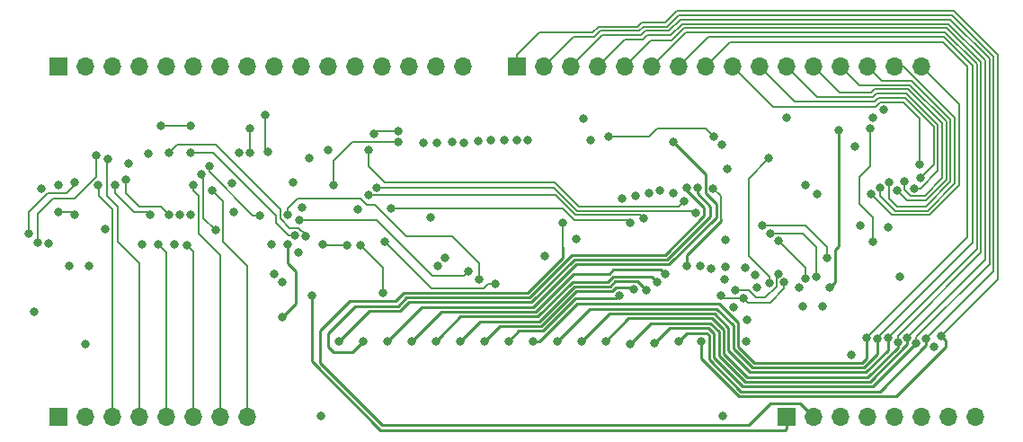
<source format=gbr>
%TF.GenerationSoftware,KiCad,Pcbnew,(5.1.10-1-10_14)*%
%TF.CreationDate,2021-11-14T12:12:58-05:00*%
%TF.ProjectId,transfer-register,7472616e-7366-4657-922d-726567697374,rev?*%
%TF.SameCoordinates,Original*%
%TF.FileFunction,Copper,L4,Bot*%
%TF.FilePolarity,Positive*%
%FSLAX46Y46*%
G04 Gerber Fmt 4.6, Leading zero omitted, Abs format (unit mm)*
G04 Created by KiCad (PCBNEW (5.1.10-1-10_14)) date 2021-11-14 12:12:58*
%MOMM*%
%LPD*%
G01*
G04 APERTURE LIST*
%TA.AperFunction,ComponentPad*%
%ADD10O,1.700000X1.700000*%
%TD*%
%TA.AperFunction,ComponentPad*%
%ADD11R,1.700000X1.700000*%
%TD*%
%TA.AperFunction,ViaPad*%
%ADD12C,0.800000*%
%TD*%
%TA.AperFunction,Conductor*%
%ADD13C,0.250000*%
%TD*%
%TA.AperFunction,Conductor*%
%ADD14C,0.200000*%
%TD*%
G04 APERTURE END LIST*
D10*
%TO.P,J4,8*%
%TO.N,VCC*%
X134874000Y-101600000D03*
%TO.P,J4,7*%
%TO.N,GND*%
X132334000Y-101600000D03*
%TO.P,J4,6*%
%TO.N,~ASSERT_ADDRESS*%
X129794000Y-101600000D03*
%TO.P,J4,5*%
%TO.N,~ASSERT_MSB_MAIN*%
X127254000Y-101600000D03*
%TO.P,J4,4*%
%TO.N,~ASSERT_LSB_MAIN*%
X124714000Y-101600000D03*
%TO.P,J4,3*%
%TO.N,LATCH_MSB*%
X122174000Y-101600000D03*
%TO.P,J4,2*%
%TO.N,LATCH_LSB*%
X119634000Y-101600000D03*
D11*
%TO.P,J4,1*%
%TO.N,BUS_SELECT*%
X117094000Y-101600000D03*
%TD*%
D10*
%TO.P,J3,8*%
%TO.N,BUS7*%
X66294000Y-101600000D03*
%TO.P,J3,7*%
%TO.N,BUS6*%
X63754000Y-101600000D03*
%TO.P,J3,6*%
%TO.N,BUS5*%
X61214000Y-101600000D03*
%TO.P,J3,5*%
%TO.N,BUS4*%
X58674000Y-101600000D03*
%TO.P,J3,4*%
%TO.N,BUS3*%
X56134000Y-101600000D03*
%TO.P,J3,3*%
%TO.N,BUS2*%
X53594000Y-101600000D03*
%TO.P,J3,2*%
%TO.N,BUS1*%
X51054000Y-101600000D03*
D11*
%TO.P,J3,1*%
%TO.N,BUS0*%
X48514000Y-101600000D03*
%TD*%
D10*
%TO.P,J2,16*%
%TO.N,A15*%
X86614000Y-68580000D03*
%TO.P,J2,15*%
%TO.N,A14*%
X84074000Y-68580000D03*
%TO.P,J2,14*%
%TO.N,A13*%
X81534000Y-68580000D03*
%TO.P,J2,13*%
%TO.N,A12*%
X78994000Y-68580000D03*
%TO.P,J2,12*%
%TO.N,A11*%
X76454000Y-68580000D03*
%TO.P,J2,11*%
%TO.N,A10*%
X73914000Y-68580000D03*
%TO.P,J2,10*%
%TO.N,A9*%
X71374000Y-68580000D03*
%TO.P,J2,9*%
%TO.N,A8*%
X68834000Y-68580000D03*
%TO.P,J2,8*%
%TO.N,A7*%
X66294000Y-68580000D03*
%TO.P,J2,7*%
%TO.N,A6*%
X63754000Y-68580000D03*
%TO.P,J2,6*%
%TO.N,A5*%
X61214000Y-68580000D03*
%TO.P,J2,5*%
%TO.N,A4*%
X58674000Y-68580000D03*
%TO.P,J2,4*%
%TO.N,A3*%
X56134000Y-68580000D03*
%TO.P,J2,3*%
%TO.N,A2*%
X53594000Y-68580000D03*
%TO.P,J2,2*%
%TO.N,A1*%
X51054000Y-68580000D03*
D11*
%TO.P,J2,1*%
%TO.N,A0*%
X48514000Y-68580000D03*
%TD*%
D10*
%TO.P,J1,16*%
%TO.N,TX_REG_15*%
X129794000Y-68580000D03*
%TO.P,J1,15*%
%TO.N,TX_REG_14*%
X127254000Y-68580000D03*
%TO.P,J1,14*%
%TO.N,TX_REG_13*%
X124714000Y-68580000D03*
%TO.P,J1,13*%
%TO.N,TX_REG_12*%
X122174000Y-68580000D03*
%TO.P,J1,12*%
%TO.N,TX_REG_11*%
X119634000Y-68580000D03*
%TO.P,J1,11*%
%TO.N,TX_REG_10*%
X117094000Y-68580000D03*
%TO.P,J1,10*%
%TO.N,TX_REG_9*%
X114554000Y-68580000D03*
%TO.P,J1,9*%
%TO.N,TX_REG_8*%
X112014000Y-68580000D03*
%TO.P,J1,8*%
%TO.N,TX_REG_7*%
X109474000Y-68580000D03*
%TO.P,J1,7*%
%TO.N,TX_REG_6*%
X106934000Y-68580000D03*
%TO.P,J1,6*%
%TO.N,TX_REG_5*%
X104394000Y-68580000D03*
%TO.P,J1,5*%
%TO.N,TX_REG_4*%
X101854000Y-68580000D03*
%TO.P,J1,4*%
%TO.N,TX_REG_3*%
X99314000Y-68580000D03*
%TO.P,J1,3*%
%TO.N,TX_REG_2*%
X96774000Y-68580000D03*
%TO.P,J1,2*%
%TO.N,TX_REG_1*%
X94234000Y-68580000D03*
D11*
%TO.P,J1,1*%
%TO.N,TX_REG_0*%
X91694000Y-68580000D03*
%TD*%
D12*
%TO.N,GND*%
X65532000Y-76708000D03*
X48514000Y-79756000D03*
X56998990Y-76802135D03*
X52893990Y-83888500D03*
X60942634Y-82602468D03*
X94361000Y-86487000D03*
X97282000Y-84836000D03*
X126687935Y-83761935D03*
X120019000Y-80649000D03*
X111313990Y-84979509D03*
X120461507Y-91209858D03*
X76708000Y-82042000D03*
X83566000Y-82804000D03*
X97978000Y-73472000D03*
X111506000Y-78232000D03*
X111101500Y-101496500D03*
X73255500Y-101496500D03*
X130993953Y-95037273D03*
X70104000Y-85344000D03*
X46228000Y-91694000D03*
X73914000Y-76454000D03*
X69596000Y-92202000D03*
%TO.N,VCC*%
X72136000Y-77216000D03*
X55118000Y-77724000D03*
X46928010Y-80075732D03*
X64883982Y-79642018D03*
X82931000Y-75819000D03*
X98679000Y-75565000D03*
X123512500Y-76131500D03*
X124009883Y-83570538D03*
X118872000Y-79756000D03*
X114169000Y-88261000D03*
X110998000Y-75946000D03*
X127761994Y-88392000D03*
X123190064Y-95748659D03*
X113342783Y-92505464D03*
X117094000Y-73406000D03*
%TO.N,TX_REG_15*%
X125092140Y-80626503D03*
X74930000Y-94488000D03*
X108712000Y-80010000D03*
%TO.N,TX_REG_14*%
X125913940Y-80056706D03*
X77216000Y-94488000D03*
X107696000Y-80010000D03*
%TO.N,TX_REG_13*%
X126746000Y-79502000D03*
X79502000Y-94488000D03*
X106426000Y-75692000D03*
%TO.N,TX_REG_12*%
X127508000Y-80264000D03*
X81788000Y-94488000D03*
X105664000Y-88138000D03*
X106426000Y-80518000D03*
%TO.N,TX_REG_11*%
X128208002Y-79440002D03*
X84074000Y-94488000D03*
X105156000Y-80264000D03*
X104902000Y-88900000D03*
%TO.N,TX_REG_10*%
X129158180Y-80071990D03*
X86360000Y-94488000D03*
X103886000Y-89662000D03*
X104140000Y-80518000D03*
%TO.N,TX_REG_9*%
X129684968Y-79129068D03*
X88646000Y-94488000D03*
X102870000Y-80772000D03*
X102719878Y-89563934D03*
%TO.N,TX_REG_8*%
X129601990Y-77795270D03*
X90932000Y-94488000D03*
X101346000Y-90170000D03*
X101600000Y-81026000D03*
%TO.N,TX_REG_7*%
X93218000Y-94488000D03*
X124650276Y-94139462D03*
X92710000Y-75565000D03*
%TO.N,TX_REG_6*%
X95504000Y-94488000D03*
X125647170Y-94218378D03*
X91709987Y-75565000D03*
%TO.N,TX_REG_5*%
X97790000Y-94488000D03*
X90551000Y-75565000D03*
X126646105Y-94171975D03*
%TO.N,TX_REG_4*%
X100076000Y-94488000D03*
X89281000Y-75565000D03*
X127568087Y-94559239D03*
%TO.N,TX_REG_3*%
X102362301Y-94763991D03*
X88080300Y-75634300D03*
X128477841Y-94144062D03*
%TO.N,TX_REG_2*%
X104661833Y-94700555D03*
X86741000Y-75819000D03*
X129326238Y-94673445D03*
%TO.N,TX_REG_1*%
X130268943Y-94263513D03*
X106934000Y-94488000D03*
X85598000Y-75692000D03*
%TO.N,~ASSERT_ADDRESS*%
X124968000Y-74422000D03*
X125222000Y-85090000D03*
%TO.N,~ASSERT_MSB_MAIN*%
X125222000Y-73406000D03*
X122027989Y-74568011D03*
X121158000Y-89408000D03*
%TO.N,~ASSERT_LSB_MAIN*%
X118618000Y-91186000D03*
X114300000Y-89408000D03*
%TO.N,LATCH_MSB*%
X126238000Y-72644000D03*
X110199010Y-80091636D03*
X113284000Y-94488000D03*
X107696000Y-87376000D03*
X100330000Y-75184000D03*
X110236000Y-75184000D03*
%TO.N,LATCH_LSB*%
X96012000Y-83312000D03*
%TO.N,BUS_SELECT*%
X56399000Y-85355000D03*
X65024000Y-82296000D03*
X47609964Y-85254036D03*
X71501506Y-81900827D03*
X70612000Y-79502000D03*
X72390000Y-90170000D03*
%TO.N,BUS7*%
X62992000Y-80264000D03*
X115417035Y-77271915D03*
X115460472Y-88979406D03*
X112116063Y-91247990D03*
%TO.N,BUS6*%
X61214000Y-79756000D03*
X116316003Y-88133677D03*
X112268000Y-89662000D03*
%TO.N,BUS5*%
X60659471Y-85458924D03*
X116884741Y-88956210D03*
X110933613Y-90147969D03*
X113030000Y-90424000D03*
%TO.N,BUS4*%
X111252000Y-88646000D03*
X113243478Y-87579083D03*
X57912000Y-85344000D03*
%TO.N,BUS3*%
X53147999Y-77335699D03*
X111365982Y-87489982D03*
X118329855Y-89460738D03*
%TO.N,BUS2*%
X52285148Y-79794852D03*
X116332000Y-85061980D03*
X109982000Y-87630000D03*
X118873341Y-88621305D03*
%TO.N,BUS1*%
X115570000Y-84328000D03*
X119901184Y-88389498D03*
X108966000Y-87376000D03*
X51054020Y-94742000D03*
%TO.N,BUS0*%
X120904000Y-86614000D03*
X114823832Y-83550168D03*
%TO.N,A15*%
X80518000Y-75692000D03*
X74422000Y-79756000D03*
%TO.N,A14*%
X80518000Y-74676000D03*
X78232000Y-74930000D03*
%TO.N,A13*%
X75704486Y-85405990D03*
X73406000Y-85344000D03*
%TO.N,A11*%
X66548000Y-74422000D03*
X66548000Y-76708000D03*
%TO.N,A10*%
X68006268Y-73152000D03*
X68232362Y-76662102D03*
%TO.N,A9*%
X62738000Y-77978000D03*
X67502010Y-82615732D03*
%TO.N,A8*%
X61954007Y-78740204D03*
X63307990Y-84008268D03*
%TO.N,A7*%
X60960000Y-74168000D03*
X58166000Y-74168000D03*
%TO.N,A5*%
X54864000Y-79248000D03*
X58928000Y-82550000D03*
%TO.N,A4*%
X53848000Y-79756000D03*
X57150000Y-82550000D03*
%TO.N,A1*%
X48514000Y-82296000D03*
X50038000Y-82550000D03*
%TO.N,TX_REG_0*%
X131668955Y-93985360D03*
X84201000Y-75819000D03*
X109096924Y-94488000D03*
%TO.N,TX7*%
X58928000Y-76708000D03*
X71780859Y-84611809D03*
%TO.N,TX6*%
X60960000Y-76708000D03*
X70786479Y-84505818D03*
%TO.N,TX5*%
X59944000Y-82550000D03*
X71094167Y-86131833D03*
%TO.N,TX4*%
X59435999Y-85343999D03*
X68580000Y-85344000D03*
%TO.N,TX3*%
X45720000Y-84328000D03*
X50038000Y-79502000D03*
X69596000Y-88900000D03*
%TO.N,TX2*%
X52070000Y-76962000D03*
X46566455Y-85200491D03*
X68834000Y-88138000D03*
%TO.N,TX1*%
X51416599Y-87376000D03*
X84901010Y-86614000D03*
%TO.N,TX0*%
X49530000Y-87376000D03*
X84262134Y-87432964D03*
%TO.N,TX11*%
X77778885Y-80717115D03*
X103620970Y-82888021D03*
%TO.N,TX10*%
X79863955Y-81982110D03*
X102380038Y-83327893D03*
%TO.N,TX9*%
X70104000Y-82550000D03*
X88148859Y-88626667D03*
%TO.N,TX8*%
X87122000Y-87884000D03*
X71211240Y-83111455D03*
%TO.N,TX15*%
X78486000Y-80010000D03*
X108578861Y-82416997D03*
%TO.N,TX14*%
X77713000Y-76465000D03*
X107442000Y-81280000D03*
%TO.N,TX13*%
X76962000Y-85405990D03*
X79107960Y-89952990D03*
%TO.N,TX12*%
X79248000Y-85090000D03*
X89662000Y-89088913D03*
%TD*%
D13*
%TO.N,GND*%
X70104000Y-85344000D02*
X70104000Y-87122000D01*
X70104000Y-87122000D02*
X70866000Y-87884000D01*
X70866000Y-87884000D02*
X70866000Y-90424000D01*
X70866000Y-90424000D02*
X70866000Y-90932000D01*
X70866000Y-90932000D02*
X69596000Y-92202000D01*
D14*
%TO.N,TX_REG_15*%
X133356077Y-79784423D02*
X133356077Y-72142077D01*
X130552478Y-82588022D02*
X133356077Y-79784423D01*
X133356077Y-72142077D02*
X129794000Y-68580000D01*
X125092140Y-80626503D02*
X127053659Y-82588022D01*
X127053659Y-82588022D02*
X130552478Y-82588022D01*
D13*
X74930000Y-94488000D02*
X77781989Y-91636011D01*
X97088811Y-86810011D02*
X105847578Y-86810011D01*
X81521567Y-90816022D02*
X93082800Y-90816022D01*
X108712000Y-80575685D02*
X108712000Y-80010000D01*
X80701578Y-91636011D02*
X81521567Y-90816022D01*
X105847578Y-86810011D02*
X109924011Y-82733579D01*
X109924011Y-81787696D02*
X108712000Y-80575685D01*
X77781989Y-91636011D02*
X80701578Y-91636011D01*
X109924011Y-82733579D02*
X109924011Y-81787696D01*
X93082800Y-90816022D02*
X97088811Y-86810011D01*
D14*
%TO.N,TX_REG_14*%
X132956066Y-73427866D02*
X128108200Y-68580000D01*
X125913940Y-80759640D02*
X127342311Y-82188011D01*
X125913940Y-80056706D02*
X125913940Y-80759640D01*
X128108200Y-68580000D02*
X127254000Y-68580000D01*
X130386789Y-82188011D02*
X132956066Y-79618734D01*
X132956066Y-79618734D02*
X132956066Y-73427866D01*
X127342311Y-82188011D02*
X130386789Y-82188011D01*
D13*
X107696000Y-80266822D02*
X109355200Y-81926022D01*
X105661178Y-86360000D02*
X96902411Y-86360000D01*
X109355200Y-81926022D02*
X109355200Y-82665978D01*
X81335167Y-90366011D02*
X80515178Y-91186000D01*
X80515178Y-91186000D02*
X76454000Y-91186000D01*
X76454000Y-91186000D02*
X73914000Y-93726000D01*
X74422000Y-95504000D02*
X76200000Y-95504000D01*
X76200000Y-95504000D02*
X77216000Y-94488000D01*
X73914000Y-93726000D02*
X73914000Y-94996000D01*
X109355200Y-82665978D02*
X105661178Y-86360000D01*
X107696000Y-80010000D02*
X107696000Y-80266822D01*
X73914000Y-94996000D02*
X74422000Y-95504000D01*
X96902411Y-86360000D02*
X92896400Y-90366011D01*
X92896400Y-90366011D02*
X81335167Y-90366011D01*
D14*
%TO.N,TX_REG_13*%
X128906444Y-69943944D02*
X132556055Y-73593555D01*
X126746000Y-81026000D02*
X126746000Y-79502000D01*
X126077944Y-69943944D02*
X128906444Y-69943944D01*
X130221100Y-81788000D02*
X127508000Y-81788000D01*
X127508000Y-81788000D02*
X126746000Y-81026000D01*
X132556055Y-73593555D02*
X132556055Y-79453045D01*
X132556055Y-79453045D02*
X130221100Y-81788000D01*
X124714000Y-68580000D02*
X126077944Y-69943944D01*
D13*
X106825999Y-76091999D02*
X106426000Y-75692000D01*
X110490000Y-81534000D02*
X109474000Y-80518000D01*
X97275211Y-87260022D02*
X106033978Y-87260022D01*
X79502000Y-94488000D02*
X82723967Y-91266033D01*
X82723967Y-91266033D02*
X93269200Y-91266033D01*
X106033978Y-87260022D02*
X110490000Y-82804000D01*
X109474000Y-80518000D02*
X109474000Y-78740000D01*
X93269200Y-91266033D02*
X97275211Y-87260022D01*
X110490000Y-82804000D02*
X110490000Y-81534000D01*
X109474000Y-78740000D02*
X106825999Y-76091999D01*
D14*
%TO.N,TX_REG_12*%
X123937955Y-70343955D02*
X122174000Y-68580000D01*
X132156044Y-73759244D02*
X128740755Y-70343955D01*
X130271389Y-81172011D02*
X132156044Y-79287356D01*
X128740755Y-70343955D02*
X123937955Y-70343955D01*
X127508000Y-80264000D02*
X128416011Y-81172011D01*
X128416011Y-81172011D02*
X130271389Y-81172011D01*
X132156044Y-79287356D02*
X132156044Y-73759244D01*
D13*
X93455600Y-91716044D02*
X97033644Y-88138000D01*
X84559956Y-91716044D02*
X93455600Y-91716044D01*
X81788000Y-94488000D02*
X84559956Y-91716044D01*
X97033644Y-88138000D02*
X100395763Y-88138000D01*
X100395763Y-88138000D02*
X100795762Y-87738001D01*
X100795762Y-87738001D02*
X105264001Y-87738001D01*
X105264001Y-87738001D02*
X105664000Y-88138000D01*
D14*
%TO.N,TX_REG_11*%
X130105700Y-80772000D02*
X131756033Y-79121667D01*
X128208002Y-79440002D02*
X128208002Y-80202002D01*
X128208002Y-80202002D02*
X128778000Y-80772000D01*
X131756033Y-79121667D02*
X131756033Y-73924933D01*
X125404932Y-70743966D02*
X125066920Y-71081978D01*
X125066920Y-71081978D02*
X122135978Y-71081978D01*
X120483999Y-69429999D02*
X119634000Y-68580000D01*
X128778000Y-80772000D02*
X130105700Y-80772000D01*
X122135978Y-71081978D02*
X120483999Y-69429999D01*
X131756033Y-73924933D02*
X128575066Y-70743966D01*
X128575066Y-70743966D02*
X125404932Y-70743966D01*
D13*
X104902000Y-88900000D02*
X104390921Y-88388921D01*
X104390921Y-88388921D02*
X100781253Y-88388921D01*
X86395945Y-92166055D02*
X84473999Y-94088001D01*
X96930099Y-88877956D02*
X93642000Y-92166055D01*
X100781253Y-88388921D02*
X100292218Y-88877956D01*
X84473999Y-94088001D02*
X84074000Y-94488000D01*
X100292218Y-88877956D02*
X96930099Y-88877956D01*
X93642000Y-92166055D02*
X86395945Y-92166055D01*
D14*
%TO.N,TX_REG_10*%
X128409377Y-71143977D02*
X125570621Y-71143977D01*
X131356022Y-74090622D02*
X128409377Y-71143977D01*
X129158180Y-80071990D02*
X129732010Y-80071990D01*
X125570621Y-71143977D02*
X125232609Y-71481989D01*
X129732010Y-80071990D02*
X131356022Y-78447978D01*
X131356022Y-78447978D02*
X131356022Y-74090622D01*
X125232609Y-71481989D02*
X119995989Y-71481989D01*
X119995989Y-71481989D02*
X117094000Y-68580000D01*
D13*
X97116499Y-89327967D02*
X100478618Y-89327967D01*
X88231934Y-92616066D02*
X93828400Y-92616066D01*
X100478618Y-89327967D02*
X100967653Y-88838932D01*
X86360000Y-94488000D02*
X88231934Y-92616066D01*
X103062932Y-88838932D02*
X103886000Y-89662000D01*
X93828400Y-92616066D02*
X97116499Y-89327967D01*
X100967653Y-88838932D02*
X103062932Y-88838932D01*
D14*
%TO.N,TX_REG_9*%
X125398298Y-71882000D02*
X117856000Y-71882000D01*
X128243688Y-71543988D02*
X125736310Y-71543988D01*
X130956011Y-77858025D02*
X130956011Y-74256311D01*
X129684968Y-79129068D02*
X130956011Y-77858025D01*
X117856000Y-71882000D02*
X114554000Y-68580000D01*
X130956011Y-74256311D02*
X128243688Y-71543988D01*
X125736310Y-71543988D02*
X125398298Y-71882000D01*
D13*
X90067923Y-93066077D02*
X94014800Y-93066077D01*
X88646000Y-94488000D02*
X90067923Y-93066077D01*
X94014800Y-93066077D02*
X97302899Y-89777978D01*
X102600942Y-89444998D02*
X102719878Y-89563934D01*
X97302899Y-89777978D02*
X100665018Y-89777978D01*
X100665018Y-89777978D02*
X100997998Y-89444998D01*
X100997998Y-89444998D02*
X102600942Y-89444998D01*
D14*
%TO.N,TX_REG_8*%
X125455998Y-72390000D02*
X125901999Y-71943999D01*
X129601990Y-73467990D02*
X129601990Y-77229585D01*
X112014000Y-68580000D02*
X115824000Y-72390000D01*
X125901999Y-71943999D02*
X128077999Y-71943999D01*
X128077999Y-71943999D02*
X129601990Y-73467990D01*
X129601990Y-77229585D02*
X129601990Y-77795270D01*
X115824000Y-72390000D02*
X125455998Y-72390000D01*
D13*
X101034011Y-90481989D02*
X101346000Y-90170000D01*
X94201200Y-93516088D02*
X97235299Y-90481989D01*
X91903912Y-93516088D02*
X94201200Y-93516088D01*
X90932000Y-94488000D02*
X91903912Y-93516088D01*
X97235299Y-90481989D02*
X101034011Y-90481989D01*
D14*
%TO.N,TX_REG_7*%
X134112000Y-68580000D02*
X134112000Y-84677738D01*
X131826000Y-66294000D02*
X134112000Y-68580000D01*
X134112000Y-84677738D02*
X124650276Y-94139462D01*
X109474000Y-68580000D02*
X111760000Y-66294000D01*
X111760000Y-66294000D02*
X131826000Y-66294000D01*
D13*
X97421698Y-90932000D02*
X110744000Y-90932000D01*
X124206000Y-96520000D02*
X124650276Y-96075724D01*
X114046000Y-96520000D02*
X124206000Y-96520000D01*
X112522000Y-92710000D02*
X112522000Y-94996000D01*
X93865698Y-94488000D02*
X97421698Y-90932000D01*
X93218000Y-94488000D02*
X93865698Y-94488000D01*
X124650276Y-96075724D02*
X124650276Y-94139462D01*
X112522000Y-94996000D02*
X114046000Y-96520000D01*
X110744000Y-90932000D02*
X112522000Y-92710000D01*
D14*
%TO.N,TX_REG_6*%
X134620000Y-68522300D02*
X134620000Y-85189344D01*
X109728000Y-65786000D02*
X131883700Y-65786000D01*
X106934000Y-68580000D02*
X109728000Y-65786000D01*
X125647170Y-94162174D02*
X125647170Y-94218378D01*
X134620000Y-85189344D02*
X125647170Y-94162174D01*
X131883700Y-65786000D02*
X134620000Y-68522300D01*
D13*
X125647170Y-94218378D02*
X125647170Y-95715241D01*
X124392400Y-96970011D02*
X113859600Y-96970011D01*
X98552000Y-91440000D02*
X95504000Y-94488000D01*
X110490000Y-91440000D02*
X98552000Y-91440000D01*
X112071989Y-93021989D02*
X110490000Y-91440000D01*
X113859600Y-96970011D02*
X112071989Y-95182400D01*
X112071989Y-95182400D02*
X112071989Y-93021989D01*
X125647170Y-95715241D02*
X124392400Y-96970011D01*
D14*
%TO.N,TX_REG_5*%
X132049389Y-65385989D02*
X135020011Y-68356611D01*
X104394000Y-68580000D02*
X107588011Y-65385989D01*
X135020011Y-85798069D02*
X126646105Y-94171975D01*
X107588011Y-65385989D02*
X132049389Y-65385989D01*
X135020011Y-68356611D02*
X135020011Y-85798069D01*
D13*
X113673200Y-97420022D02*
X124578800Y-97420022D01*
X111621978Y-93208388D02*
X111621978Y-95368800D01*
X111621978Y-95368800D02*
X113673200Y-97420022D01*
X126646105Y-95352717D02*
X126646105Y-94171975D01*
X100387989Y-91890011D02*
X110303601Y-91890011D01*
X110303601Y-91890011D02*
X111621978Y-93208388D01*
X97790000Y-94488000D02*
X100387989Y-91890011D01*
X124578800Y-97420022D02*
X126646105Y-95352717D01*
D14*
%TO.N,TX_REG_4*%
X106260311Y-66147989D02*
X107422322Y-64985978D01*
X127568087Y-93993554D02*
X127568087Y-94559239D01*
X135420022Y-68190922D02*
X135420022Y-86141619D01*
X107422322Y-64985978D02*
X132215078Y-64985978D01*
X135420022Y-86141619D02*
X127568087Y-93993554D01*
X132215078Y-64985978D02*
X135420022Y-68190922D01*
X104286011Y-66147989D02*
X106260311Y-66147989D01*
X101854000Y-68580000D02*
X104286011Y-66147989D01*
D13*
X124765200Y-97870033D02*
X113361212Y-97870033D01*
X102223978Y-92340022D02*
X100076000Y-94488000D01*
X111171967Y-95680788D02*
X111171967Y-93394787D01*
X111171967Y-93394787D02*
X110117202Y-92340022D01*
X113361212Y-97870033D02*
X111171967Y-95680788D01*
X127568087Y-94559239D02*
X127568087Y-95067146D01*
X127568087Y-95067146D02*
X124765200Y-97870033D01*
X110117202Y-92340022D02*
X102223978Y-92340022D01*
D14*
%TO.N,TX_REG_3*%
X132380767Y-64585967D02*
X135820033Y-68025233D01*
X101854000Y-66040000D02*
X103574300Y-66040000D01*
X107256633Y-64585967D02*
X132380767Y-64585967D01*
X103974309Y-65639991D02*
X106202609Y-65639991D01*
X103574300Y-66040000D02*
X103974309Y-65639991D01*
X106202609Y-65639991D02*
X107256633Y-64585967D01*
X135820033Y-68025233D02*
X135820033Y-86801870D01*
X135820033Y-86801870D02*
X128477841Y-94144062D01*
X99314000Y-68580000D02*
X101854000Y-66040000D01*
D13*
X109930802Y-92790033D02*
X110721956Y-93581187D01*
X110721956Y-95867188D02*
X113174812Y-98320044D01*
X124951600Y-98320044D02*
X128477841Y-94793803D01*
X110721956Y-93581187D02*
X110721956Y-95867188D01*
X128477841Y-94793803D02*
X128477841Y-94144062D01*
X102362301Y-94763991D02*
X104336259Y-92790033D01*
X104336259Y-92790033D02*
X109930802Y-92790033D01*
X113174812Y-98320044D02*
X124951600Y-98320044D01*
D14*
%TO.N,TX_REG_2*%
X103408611Y-65639989D02*
X103808620Y-65239980D01*
X136220044Y-67859544D02*
X136220044Y-87213954D01*
X106036920Y-65239980D02*
X107090944Y-64185956D01*
X96774000Y-68580000D02*
X99714011Y-65639989D01*
X99714011Y-65639989D02*
X103408611Y-65639989D01*
X132546456Y-64185956D02*
X136220044Y-67859544D01*
X136220044Y-87213954D02*
X129326238Y-94107760D01*
X103808620Y-65239980D02*
X106036920Y-65239980D01*
X129326238Y-94107760D02*
X129326238Y-94673445D01*
X107090944Y-64185956D02*
X132546456Y-64185956D01*
D13*
X110271945Y-96053588D02*
X112988412Y-98770055D01*
X110271945Y-93767587D02*
X110271945Y-96053588D01*
X125229628Y-98770055D02*
X129326238Y-94673445D01*
X109744403Y-93240044D02*
X110271945Y-93767587D01*
X106122344Y-93240044D02*
X109744403Y-93240044D01*
X112988412Y-98770055D02*
X125229628Y-98770055D01*
X104661833Y-94700555D02*
X106122344Y-93240044D01*
D14*
%TO.N,TX_REG_1*%
X106925255Y-63785945D02*
X132712145Y-63785945D01*
X132712145Y-63785945D02*
X136620055Y-67693855D01*
X105871231Y-64839969D02*
X106925255Y-63785945D01*
X136620055Y-67693855D02*
X136620055Y-87912401D01*
X136620055Y-87912401D02*
X130268943Y-94263513D01*
X99002300Y-65786000D02*
X99548322Y-65239978D01*
X97028000Y-65786000D02*
X99002300Y-65786000D01*
X99548322Y-65239978D02*
X103242922Y-65239978D01*
X103242922Y-65239978D02*
X103642931Y-64839969D01*
X103642931Y-64839969D02*
X105871231Y-64839969D01*
X94234000Y-68580000D02*
X97028000Y-65786000D01*
D13*
X107696000Y-93726000D02*
X109593948Y-93726000D01*
X106934000Y-94488000D02*
X107696000Y-93726000D01*
X130268943Y-94829198D02*
X130268943Y-94263513D01*
X112802012Y-99220066D02*
X125878075Y-99220066D01*
X109821934Y-96239988D02*
X112802012Y-99220066D01*
X125878075Y-99220066D02*
X130268943Y-94829198D01*
X109593948Y-93726000D02*
X109821934Y-93953987D01*
X109821934Y-93953987D02*
X109821934Y-96239988D01*
D14*
%TO.N,~ASSERT_ADDRESS*%
X124968000Y-74422000D02*
X124968000Y-77978000D01*
X124968000Y-77978000D02*
X123952000Y-78994000D01*
X123952000Y-78994000D02*
X123952000Y-81534000D01*
X123952000Y-81534000D02*
X125222000Y-82804000D01*
X125222000Y-82804000D02*
X125222000Y-85090000D01*
D13*
%TO.N,~ASSERT_MSB_MAIN*%
X122027989Y-75133696D02*
X122027989Y-85490011D01*
X122027989Y-85490011D02*
X121666000Y-85852000D01*
X121666000Y-85852000D02*
X121666000Y-88900000D01*
X121666000Y-88900000D02*
X121158000Y-89408000D01*
X122027989Y-75133696D02*
X122027989Y-74568011D01*
D14*
%TO.N,LATCH_MSB*%
X110915011Y-80807637D02*
X110915011Y-82980045D01*
X110199010Y-80091636D02*
X110915011Y-80807637D01*
D13*
X110915011Y-82980045D02*
X110915011Y-83140989D01*
X110915011Y-83140989D02*
X107696000Y-86360000D01*
X107696000Y-86360000D02*
X107696000Y-87376000D01*
D14*
X100330000Y-75184000D02*
X104140000Y-75184000D01*
X104140000Y-75184000D02*
X104902000Y-74422000D01*
X104902000Y-74422000D02*
X109474000Y-74422000D01*
X109474000Y-74422000D02*
X110236000Y-75184000D01*
%TO.N,LATCH_LSB*%
X96012000Y-85598000D02*
X96012000Y-83312000D01*
D13*
X118364000Y-100330000D02*
X115570000Y-100330000D01*
X81026000Y-89916000D02*
X92710000Y-89916000D01*
X92710000Y-89916000D02*
X96012000Y-86614000D01*
X119634000Y-101600000D02*
X118364000Y-100330000D01*
X80264000Y-90678000D02*
X81026000Y-89916000D01*
X78994000Y-102362000D02*
X73152000Y-96520000D01*
X75946000Y-90678000D02*
X80264000Y-90678000D01*
X113538000Y-102362000D02*
X78994000Y-102362000D01*
X96012000Y-86614000D02*
X96012000Y-85598000D01*
X73152000Y-93472000D02*
X75946000Y-90678000D01*
X115570000Y-100330000D02*
X113538000Y-102362000D01*
X73152000Y-96520000D02*
X73152000Y-93472000D01*
%TO.N,BUS_SELECT*%
X117094000Y-101600000D02*
X117094000Y-102700000D01*
X78865590Y-102870000D02*
X72390000Y-96394410D01*
X117094000Y-102700000D02*
X116924000Y-102870000D01*
X116924000Y-102870000D02*
X78865590Y-102870000D01*
X72390000Y-96394410D02*
X72390000Y-90170000D01*
D14*
%TO.N,BUS7*%
X115417035Y-77271915D02*
X113538000Y-79150950D01*
X115460472Y-88413721D02*
X115460472Y-88979406D01*
X113538000Y-86491249D02*
X115460472Y-88413721D01*
X113538000Y-79150950D02*
X113538000Y-86491249D01*
X66294000Y-87376000D02*
X66294000Y-99060000D01*
X64008000Y-81280000D02*
X64008000Y-85090000D01*
X66294000Y-99060000D02*
X66294000Y-101600000D01*
X64008000Y-85090000D02*
X66294000Y-87376000D01*
X62992000Y-80264000D02*
X64008000Y-81280000D01*
%TO.N,BUS6*%
X61722000Y-80772000D02*
X61722000Y-84328000D01*
X61214000Y-80264000D02*
X61722000Y-80772000D01*
X63754000Y-99060000D02*
X63754000Y-101600000D01*
X63754000Y-86360000D02*
X63754000Y-99060000D01*
X61722000Y-84328000D02*
X63754000Y-86360000D01*
X61214000Y-79756000D02*
X61214000Y-80264000D01*
X116160474Y-88289206D02*
X116316003Y-88133677D01*
X114217999Y-90362001D02*
X115113881Y-90362001D01*
X116160474Y-89315408D02*
X116160474Y-88289206D01*
X112268000Y-89662000D02*
X113517998Y-89662000D01*
X113517998Y-89662000D02*
X114217999Y-90362001D01*
X115113881Y-90362001D02*
X116160474Y-89315408D01*
%TO.N,BUS5*%
X61214000Y-86013453D02*
X61214000Y-99060000D01*
X61214000Y-99060000D02*
X61214000Y-101600000D01*
X60659471Y-85458924D02*
X61214000Y-86013453D01*
X113030000Y-90424000D02*
X113429999Y-90823999D01*
X113030000Y-90424000D02*
X111209644Y-90424000D01*
X113429999Y-90823999D02*
X115582637Y-90823999D01*
X116884741Y-89521895D02*
X116884741Y-88956210D01*
X115582637Y-90823999D02*
X116884741Y-89521895D01*
X111209644Y-90424000D02*
X110933613Y-90147969D01*
%TO.N,BUS4*%
X58674000Y-101600000D02*
X58674000Y-86106000D01*
X58674000Y-86106000D02*
X57912000Y-85344000D01*
%TO.N,BUS3*%
X56134000Y-87122000D02*
X56134000Y-99060000D01*
X54102000Y-85090000D02*
X56134000Y-87122000D01*
X56134000Y-99060000D02*
X56134000Y-101600000D01*
X54102000Y-81788000D02*
X54102000Y-85090000D01*
X53086000Y-80772000D02*
X54102000Y-81788000D01*
X53086000Y-77397698D02*
X53086000Y-80772000D01*
X53147999Y-77335699D02*
X53086000Y-77397698D01*
%TO.N,BUS2*%
X116332000Y-85061980D02*
X118873341Y-87603321D01*
X118873341Y-87603321D02*
X118873341Y-88621305D01*
X53594000Y-99060000D02*
X53594000Y-101600000D01*
X52324000Y-80772000D02*
X53594000Y-82042000D01*
X52324000Y-79833704D02*
X52324000Y-80772000D01*
X53594000Y-82042000D02*
X53594000Y-99060000D01*
X52285148Y-79794852D02*
X52324000Y-79833704D01*
%TO.N,BUS1*%
X118618000Y-84328000D02*
X119901184Y-85611184D01*
X119901184Y-85611184D02*
X119901184Y-88389498D01*
X115570000Y-84328000D02*
X118618000Y-84328000D01*
%TO.N,BUS0*%
X120904000Y-85598000D02*
X118856168Y-83550168D01*
X120904000Y-86614000D02*
X120904000Y-85598000D01*
X118856168Y-83550168D02*
X114823832Y-83550168D01*
%TO.N,A15*%
X80518000Y-75692000D02*
X76231450Y-75692000D01*
X74422000Y-77501450D02*
X74422000Y-79756000D01*
X76231450Y-75692000D02*
X74422000Y-77501450D01*
%TO.N,A14*%
X80518000Y-74676000D02*
X78486000Y-74676000D01*
X78486000Y-74676000D02*
X78232000Y-74930000D01*
%TO.N,A13*%
X75704486Y-85405990D02*
X73467990Y-85405990D01*
X73467990Y-85405990D02*
X73406000Y-85344000D01*
%TO.N,A11*%
X66548000Y-74422000D02*
X66548000Y-76454000D01*
X66548000Y-76454000D02*
X66548000Y-76708000D01*
%TO.N,A10*%
X68006268Y-73152000D02*
X68006268Y-76436008D01*
X68006268Y-76436008D02*
X68232362Y-76662102D01*
%TO.N,A9*%
X66810047Y-82615732D02*
X67502010Y-82615732D01*
X62738000Y-78543685D02*
X66810047Y-82615732D01*
X62738000Y-77978000D02*
X62738000Y-78543685D01*
%TO.N,A8*%
X62168002Y-78954199D02*
X62168002Y-82868280D01*
X61954007Y-78740204D02*
X62168002Y-78954199D01*
X62168002Y-82868280D02*
X63307990Y-84008268D01*
%TO.N,A7*%
X60960000Y-74168000D02*
X58166000Y-74168000D01*
%TO.N,A5*%
X54864000Y-79248000D02*
X54864000Y-80518000D01*
X54864000Y-80518000D02*
X56134000Y-81788000D01*
X56134000Y-81788000D02*
X58166000Y-81788000D01*
X58166000Y-81788000D02*
X58928000Y-82550000D01*
%TO.N,A4*%
X53848000Y-79756000D02*
X53848000Y-80518000D01*
X53848000Y-80518000D02*
X55626000Y-82296000D01*
X56896000Y-82296000D02*
X57150000Y-82550000D01*
X55626000Y-82296000D02*
X56896000Y-82296000D01*
%TO.N,A1*%
X48514000Y-82296000D02*
X49784000Y-82296000D01*
X49784000Y-82296000D02*
X50038000Y-82550000D01*
%TO.N,TX_REG_0*%
X106759566Y-63385934D02*
X132877834Y-63385934D01*
X98836611Y-65385989D02*
X99382633Y-64839967D01*
X132877834Y-63385934D02*
X137020066Y-67528166D01*
X103077233Y-64839967D02*
X103477242Y-64439958D01*
X137020066Y-88634249D02*
X131668955Y-93985360D01*
X103477242Y-64439958D02*
X105705542Y-64439958D01*
X137020066Y-67528166D02*
X137020066Y-88634249D01*
X99382633Y-64839967D02*
X103077233Y-64839967D01*
X93838011Y-65385989D02*
X98836611Y-65385989D01*
X91694000Y-67530000D02*
X93838011Y-65385989D01*
X105705542Y-64439958D02*
X106759566Y-63385934D01*
X91694000Y-68580000D02*
X91694000Y-67530000D01*
D13*
X109096924Y-96151390D02*
X109096924Y-94488000D01*
X112615611Y-99670077D02*
X109096924Y-96151390D01*
X132068954Y-95007046D02*
X127405923Y-99670077D01*
X127405923Y-99670077D02*
X112615611Y-99670077D01*
X132068954Y-94385359D02*
X132068954Y-95007046D01*
X131668955Y-93985360D02*
X132068954Y-94385359D01*
D14*
%TO.N,TX7*%
X71780859Y-84464194D02*
X71780859Y-84611809D01*
X59690000Y-75946000D02*
X63303685Y-75946000D01*
X70323812Y-83805816D02*
X71122481Y-83805816D01*
X69403998Y-82886002D02*
X70323812Y-83805816D01*
X71122481Y-83805816D02*
X71780859Y-84464194D01*
X69403998Y-82046313D02*
X69403998Y-82886002D01*
X58928000Y-76708000D02*
X59690000Y-75946000D01*
X63303685Y-75946000D02*
X69403998Y-82046313D01*
%TO.N,TX6*%
X69003987Y-82662302D02*
X69003987Y-83289011D01*
X63049685Y-76708000D02*
X69003987Y-82662302D01*
X69003987Y-83289011D02*
X70220794Y-84505818D01*
X60960000Y-76708000D02*
X63049685Y-76708000D01*
X70220794Y-84505818D02*
X70786479Y-84505818D01*
%TO.N,TX3*%
X45720000Y-84328000D02*
X45720000Y-82296000D01*
X45720000Y-82296000D02*
X47498000Y-80518000D01*
X47498000Y-80518000D02*
X49276000Y-80518000D01*
X49276000Y-80518000D02*
X50038000Y-79756000D01*
X50038000Y-79756000D02*
X50038000Y-79502000D01*
%TO.N,TX2*%
X46566455Y-82465545D02*
X46566455Y-85200491D01*
X48006000Y-81026000D02*
X46566455Y-82465545D01*
X52070000Y-76962000D02*
X52070000Y-78994000D01*
X52070000Y-78994000D02*
X50038000Y-81026000D01*
X50038000Y-81026000D02*
X48006000Y-81026000D01*
%TO.N,TX11*%
X77778885Y-80717115D02*
X95333715Y-80717115D01*
X95333715Y-80717115D02*
X97204622Y-82588022D01*
X97204622Y-82588022D02*
X103328055Y-82588022D01*
X103620970Y-82880937D02*
X103620970Y-82888021D01*
X103328055Y-82588022D02*
X103620970Y-82880937D01*
%TO.N,TX10*%
X102110145Y-83058000D02*
X102380038Y-83327893D01*
X97108900Y-83058000D02*
X102110145Y-83058000D01*
X96033010Y-81982110D02*
X97108900Y-83058000D01*
X79863955Y-81982110D02*
X96033010Y-81982110D01*
%TO.N,TX9*%
X71062315Y-81026000D02*
X76982002Y-81026000D01*
X88148859Y-87132859D02*
X88148859Y-88626667D01*
X85598000Y-84582000D02*
X88148859Y-87132859D01*
X70104000Y-81984315D02*
X71062315Y-81026000D01*
X76982002Y-81026000D02*
X77552001Y-81595999D01*
X81300002Y-84582000D02*
X85598000Y-84582000D01*
X77552001Y-81595999D02*
X78314001Y-81595999D01*
X70104000Y-82550000D02*
X70104000Y-81984315D01*
X78314001Y-81595999D02*
X81300002Y-84582000D01*
%TO.N,TX8*%
X78539455Y-83111455D02*
X71211240Y-83111455D01*
X87122000Y-87884000D02*
X86722001Y-88283999D01*
X83711999Y-88283999D02*
X78539455Y-83111455D01*
X86722001Y-88283999D02*
X83711999Y-88283999D01*
%TO.N,TX15*%
X97370311Y-82188011D02*
X108349875Y-82188011D01*
X108349875Y-82188011D02*
X108578861Y-82416997D01*
X95192300Y-80010000D02*
X97370311Y-82188011D01*
X78486000Y-80010000D02*
X95192300Y-80010000D01*
%TO.N,TX14*%
X106934000Y-81788000D02*
X107442000Y-81280000D01*
X79248000Y-79502000D02*
X95250000Y-79502000D01*
X97536000Y-81788000D02*
X106934000Y-81788000D01*
X77713000Y-77967000D02*
X79248000Y-79502000D01*
X77713000Y-76465000D02*
X77713000Y-77967000D01*
X95250000Y-79502000D02*
X97536000Y-81788000D01*
%TO.N,TX13*%
X79107960Y-87551950D02*
X79107960Y-89952990D01*
X76962000Y-85405990D02*
X79107960Y-87551950D01*
%TO.N,TX12*%
X88989154Y-89088913D02*
X89662000Y-89088913D01*
X88587078Y-89490989D02*
X88989154Y-89088913D01*
X83648989Y-89490989D02*
X88587078Y-89490989D01*
X79248000Y-85090000D02*
X83648989Y-89490989D01*
%TD*%
M02*

</source>
